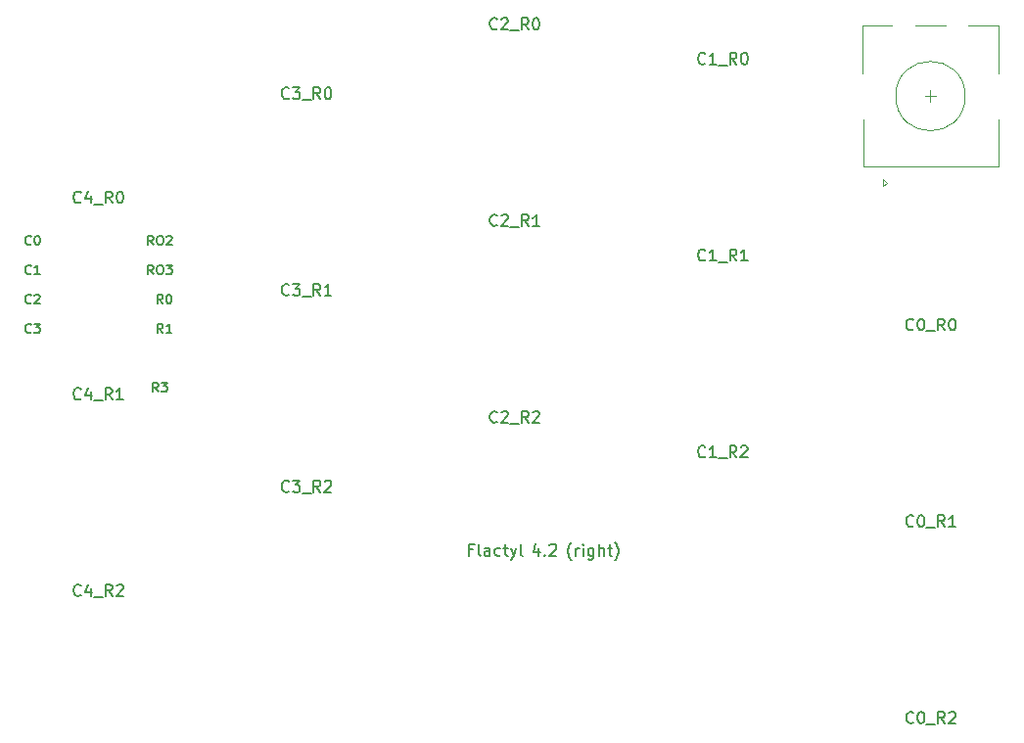
<source format=gbr>
%TF.GenerationSoftware,KiCad,Pcbnew,(7.0.0-0)*%
%TF.CreationDate,2023-06-08T17:13:25+08:00*%
%TF.ProjectId,right,72696768-742e-46b6-9963-61645f706362,v1.0.0*%
%TF.SameCoordinates,Original*%
%TF.FileFunction,Legend,Top*%
%TF.FilePolarity,Positive*%
%FSLAX46Y46*%
G04 Gerber Fmt 4.6, Leading zero omitted, Abs format (unit mm)*
G04 Created by KiCad (PCBNEW (7.0.0-0)) date 2023-06-08 17:13:25*
%MOMM*%
%LPD*%
G01*
G04 APERTURE LIST*
%ADD10C,0.150000*%
%ADD11C,0.120000*%
G04 APERTURE END LIST*
D10*
%TO.C,S1*%
X-1523809Y30727857D02*
X-1571428Y30680238D01*
X-1571428Y30680238D02*
X-1714285Y30632619D01*
X-1714285Y30632619D02*
X-1809523Y30632619D01*
X-1809523Y30632619D02*
X-1952380Y30680238D01*
X-1952380Y30680238D02*
X-2047618Y30775476D01*
X-2047618Y30775476D02*
X-2095237Y30870714D01*
X-2095237Y30870714D02*
X-2142856Y31061190D01*
X-2142856Y31061190D02*
X-2142856Y31204047D01*
X-2142856Y31204047D02*
X-2095237Y31394523D01*
X-2095237Y31394523D02*
X-2047618Y31489761D01*
X-2047618Y31489761D02*
X-1952380Y31585000D01*
X-1952380Y31585000D02*
X-1809523Y31632619D01*
X-1809523Y31632619D02*
X-1714285Y31632619D01*
X-1714285Y31632619D02*
X-1571428Y31585000D01*
X-1571428Y31585000D02*
X-1523809Y31537380D01*
X-666666Y31299285D02*
X-666666Y30632619D01*
X-904761Y31680238D02*
X-1142856Y30965952D01*
X-1142856Y30965952D02*
X-523809Y30965952D01*
X-380952Y30537380D02*
X380952Y30537380D01*
X1190476Y30632619D02*
X857143Y31108809D01*
X619048Y30632619D02*
X619048Y31632619D01*
X619048Y31632619D02*
X1000000Y31632619D01*
X1000000Y31632619D02*
X1095238Y31585000D01*
X1095238Y31585000D02*
X1142857Y31537380D01*
X1142857Y31537380D02*
X1190476Y31442142D01*
X1190476Y31442142D02*
X1190476Y31299285D01*
X1190476Y31299285D02*
X1142857Y31204047D01*
X1142857Y31204047D02*
X1095238Y31156428D01*
X1095238Y31156428D02*
X1000000Y31108809D01*
X1000000Y31108809D02*
X619048Y31108809D01*
X1809524Y31632619D02*
X1904762Y31632619D01*
X1904762Y31632619D02*
X2000000Y31585000D01*
X2000000Y31585000D02*
X2047619Y31537380D01*
X2047619Y31537380D02*
X2095238Y31442142D01*
X2095238Y31442142D02*
X2142857Y31251666D01*
X2142857Y31251666D02*
X2142857Y31013571D01*
X2142857Y31013571D02*
X2095238Y30823095D01*
X2095238Y30823095D02*
X2047619Y30727857D01*
X2047619Y30727857D02*
X2000000Y30680238D01*
X2000000Y30680238D02*
X1904762Y30632619D01*
X1904762Y30632619D02*
X1809524Y30632619D01*
X1809524Y30632619D02*
X1714286Y30680238D01*
X1714286Y30680238D02*
X1666667Y30727857D01*
X1666667Y30727857D02*
X1619048Y30823095D01*
X1619048Y30823095D02*
X1571429Y31013571D01*
X1571429Y31013571D02*
X1571429Y31251666D01*
X1571429Y31251666D02*
X1619048Y31442142D01*
X1619048Y31442142D02*
X1666667Y31537380D01*
X1666667Y31537380D02*
X1714286Y31585000D01*
X1714286Y31585000D02*
X1809524Y31632619D01*
%TO.C,S2*%
X-1523809Y13727857D02*
X-1571428Y13680238D01*
X-1571428Y13680238D02*
X-1714285Y13632619D01*
X-1714285Y13632619D02*
X-1809523Y13632619D01*
X-1809523Y13632619D02*
X-1952380Y13680238D01*
X-1952380Y13680238D02*
X-2047618Y13775476D01*
X-2047618Y13775476D02*
X-2095237Y13870714D01*
X-2095237Y13870714D02*
X-2142856Y14061190D01*
X-2142856Y14061190D02*
X-2142856Y14204047D01*
X-2142856Y14204047D02*
X-2095237Y14394523D01*
X-2095237Y14394523D02*
X-2047618Y14489761D01*
X-2047618Y14489761D02*
X-1952380Y14585000D01*
X-1952380Y14585000D02*
X-1809523Y14632619D01*
X-1809523Y14632619D02*
X-1714285Y14632619D01*
X-1714285Y14632619D02*
X-1571428Y14585000D01*
X-1571428Y14585000D02*
X-1523809Y14537380D01*
X-666666Y14299285D02*
X-666666Y13632619D01*
X-904761Y14680238D02*
X-1142856Y13965952D01*
X-1142856Y13965952D02*
X-523809Y13965952D01*
X-380952Y13537380D02*
X380952Y13537380D01*
X1190476Y13632619D02*
X857143Y14108809D01*
X619048Y13632619D02*
X619048Y14632619D01*
X619048Y14632619D02*
X1000000Y14632619D01*
X1000000Y14632619D02*
X1095238Y14585000D01*
X1095238Y14585000D02*
X1142857Y14537380D01*
X1142857Y14537380D02*
X1190476Y14442142D01*
X1190476Y14442142D02*
X1190476Y14299285D01*
X1190476Y14299285D02*
X1142857Y14204047D01*
X1142857Y14204047D02*
X1095238Y14156428D01*
X1095238Y14156428D02*
X1000000Y14108809D01*
X1000000Y14108809D02*
X619048Y14108809D01*
X2142857Y13632619D02*
X1571429Y13632619D01*
X1857143Y13632619D02*
X1857143Y14632619D01*
X1857143Y14632619D02*
X1761905Y14489761D01*
X1761905Y14489761D02*
X1666667Y14394523D01*
X1666667Y14394523D02*
X1571429Y14346904D01*
%TO.C,MCU1*%
X-5833332Y27092285D02*
X-5871428Y27054190D01*
X-5871428Y27054190D02*
X-5985713Y27016095D01*
X-5985713Y27016095D02*
X-6061904Y27016095D01*
X-6061904Y27016095D02*
X-6176190Y27054190D01*
X-6176190Y27054190D02*
X-6252380Y27130380D01*
X-6252380Y27130380D02*
X-6290475Y27206571D01*
X-6290475Y27206571D02*
X-6328571Y27358952D01*
X-6328571Y27358952D02*
X-6328571Y27473238D01*
X-6328571Y27473238D02*
X-6290475Y27625619D01*
X-6290475Y27625619D02*
X-6252380Y27701809D01*
X-6252380Y27701809D02*
X-6176190Y27778000D01*
X-6176190Y27778000D02*
X-6061904Y27816095D01*
X-6061904Y27816095D02*
X-5985713Y27816095D01*
X-5985713Y27816095D02*
X-5871428Y27778000D01*
X-5871428Y27778000D02*
X-5833332Y27739904D01*
X-5338094Y27816095D02*
X-5261904Y27816095D01*
X-5261904Y27816095D02*
X-5185713Y27778000D01*
X-5185713Y27778000D02*
X-5147618Y27739904D01*
X-5147618Y27739904D02*
X-5109523Y27663714D01*
X-5109523Y27663714D02*
X-5071428Y27511333D01*
X-5071428Y27511333D02*
X-5071428Y27320857D01*
X-5071428Y27320857D02*
X-5109523Y27168476D01*
X-5109523Y27168476D02*
X-5147618Y27092285D01*
X-5147618Y27092285D02*
X-5185713Y27054190D01*
X-5185713Y27054190D02*
X-5261904Y27016095D01*
X-5261904Y27016095D02*
X-5338094Y27016095D01*
X-5338094Y27016095D02*
X-5414285Y27054190D01*
X-5414285Y27054190D02*
X-5452380Y27092285D01*
X-5452380Y27092285D02*
X-5490475Y27168476D01*
X-5490475Y27168476D02*
X-5528571Y27320857D01*
X-5528571Y27320857D02*
X-5528571Y27511333D01*
X-5528571Y27511333D02*
X-5490475Y27663714D01*
X-5490475Y27663714D02*
X-5452380Y27739904D01*
X-5452380Y27739904D02*
X-5414285Y27778000D01*
X-5414285Y27778000D02*
X-5338094Y27816095D01*
X-5833332Y24552285D02*
X-5871428Y24514190D01*
X-5871428Y24514190D02*
X-5985713Y24476095D01*
X-5985713Y24476095D02*
X-6061904Y24476095D01*
X-6061904Y24476095D02*
X-6176190Y24514190D01*
X-6176190Y24514190D02*
X-6252380Y24590380D01*
X-6252380Y24590380D02*
X-6290475Y24666571D01*
X-6290475Y24666571D02*
X-6328571Y24818952D01*
X-6328571Y24818952D02*
X-6328571Y24933238D01*
X-6328571Y24933238D02*
X-6290475Y25085619D01*
X-6290475Y25085619D02*
X-6252380Y25161809D01*
X-6252380Y25161809D02*
X-6176190Y25238000D01*
X-6176190Y25238000D02*
X-6061904Y25276095D01*
X-6061904Y25276095D02*
X-5985713Y25276095D01*
X-5985713Y25276095D02*
X-5871428Y25238000D01*
X-5871428Y25238000D02*
X-5833332Y25199904D01*
X-5071428Y24476095D02*
X-5528571Y24476095D01*
X-5299999Y24476095D02*
X-5299999Y25276095D01*
X-5299999Y25276095D02*
X-5376190Y25161809D01*
X-5376190Y25161809D02*
X-5452380Y25085619D01*
X-5452380Y25085619D02*
X-5528571Y25047523D01*
X-5833332Y22012285D02*
X-5871428Y21974190D01*
X-5871428Y21974190D02*
X-5985713Y21936095D01*
X-5985713Y21936095D02*
X-6061904Y21936095D01*
X-6061904Y21936095D02*
X-6176190Y21974190D01*
X-6176190Y21974190D02*
X-6252380Y22050380D01*
X-6252380Y22050380D02*
X-6290475Y22126571D01*
X-6290475Y22126571D02*
X-6328571Y22278952D01*
X-6328571Y22278952D02*
X-6328571Y22393238D01*
X-6328571Y22393238D02*
X-6290475Y22545619D01*
X-6290475Y22545619D02*
X-6252380Y22621809D01*
X-6252380Y22621809D02*
X-6176190Y22698000D01*
X-6176190Y22698000D02*
X-6061904Y22736095D01*
X-6061904Y22736095D02*
X-5985713Y22736095D01*
X-5985713Y22736095D02*
X-5871428Y22698000D01*
X-5871428Y22698000D02*
X-5833332Y22659904D01*
X-5528571Y22659904D02*
X-5490475Y22698000D01*
X-5490475Y22698000D02*
X-5414285Y22736095D01*
X-5414285Y22736095D02*
X-5223809Y22736095D01*
X-5223809Y22736095D02*
X-5147618Y22698000D01*
X-5147618Y22698000D02*
X-5109523Y22659904D01*
X-5109523Y22659904D02*
X-5071428Y22583714D01*
X-5071428Y22583714D02*
X-5071428Y22507523D01*
X-5071428Y22507523D02*
X-5109523Y22393238D01*
X-5109523Y22393238D02*
X-5566666Y21936095D01*
X-5566666Y21936095D02*
X-5071428Y21936095D01*
X-5833332Y19472285D02*
X-5871428Y19434190D01*
X-5871428Y19434190D02*
X-5985713Y19396095D01*
X-5985713Y19396095D02*
X-6061904Y19396095D01*
X-6061904Y19396095D02*
X-6176190Y19434190D01*
X-6176190Y19434190D02*
X-6252380Y19510380D01*
X-6252380Y19510380D02*
X-6290475Y19586571D01*
X-6290475Y19586571D02*
X-6328571Y19738952D01*
X-6328571Y19738952D02*
X-6328571Y19853238D01*
X-6328571Y19853238D02*
X-6290475Y20005619D01*
X-6290475Y20005619D02*
X-6252380Y20081809D01*
X-6252380Y20081809D02*
X-6176190Y20158000D01*
X-6176190Y20158000D02*
X-6061904Y20196095D01*
X-6061904Y20196095D02*
X-5985713Y20196095D01*
X-5985713Y20196095D02*
X-5871428Y20158000D01*
X-5871428Y20158000D02*
X-5833332Y20119904D01*
X-5566666Y20196095D02*
X-5071428Y20196095D01*
X-5071428Y20196095D02*
X-5338094Y19891333D01*
X-5338094Y19891333D02*
X-5223809Y19891333D01*
X-5223809Y19891333D02*
X-5147618Y19853238D01*
X-5147618Y19853238D02*
X-5109523Y19815142D01*
X-5109523Y19815142D02*
X-5071428Y19738952D01*
X-5071428Y19738952D02*
X-5071428Y19548476D01*
X-5071428Y19548476D02*
X-5109523Y19472285D01*
X-5109523Y19472285D02*
X-5147618Y19434190D01*
X-5147618Y19434190D02*
X-5223809Y19396095D01*
X-5223809Y19396095D02*
X-5452380Y19396095D01*
X-5452380Y19396095D02*
X-5528571Y19434190D01*
X-5528571Y19434190D02*
X-5566666Y19472285D01*
X4747619Y27016095D02*
X4480952Y27397047D01*
X4290476Y27016095D02*
X4290476Y27816095D01*
X4290476Y27816095D02*
X4595238Y27816095D01*
X4595238Y27816095D02*
X4671428Y27778000D01*
X4671428Y27778000D02*
X4709523Y27739904D01*
X4709523Y27739904D02*
X4747619Y27663714D01*
X4747619Y27663714D02*
X4747619Y27549428D01*
X4747619Y27549428D02*
X4709523Y27473238D01*
X4709523Y27473238D02*
X4671428Y27435142D01*
X4671428Y27435142D02*
X4595238Y27397047D01*
X4595238Y27397047D02*
X4290476Y27397047D01*
X5242857Y27816095D02*
X5395238Y27816095D01*
X5395238Y27816095D02*
X5471428Y27778000D01*
X5471428Y27778000D02*
X5547619Y27701809D01*
X5547619Y27701809D02*
X5585714Y27549428D01*
X5585714Y27549428D02*
X5585714Y27282761D01*
X5585714Y27282761D02*
X5547619Y27130380D01*
X5547619Y27130380D02*
X5471428Y27054190D01*
X5471428Y27054190D02*
X5395238Y27016095D01*
X5395238Y27016095D02*
X5242857Y27016095D01*
X5242857Y27016095D02*
X5166666Y27054190D01*
X5166666Y27054190D02*
X5090476Y27130380D01*
X5090476Y27130380D02*
X5052380Y27282761D01*
X5052380Y27282761D02*
X5052380Y27549428D01*
X5052380Y27549428D02*
X5090476Y27701809D01*
X5090476Y27701809D02*
X5166666Y27778000D01*
X5166666Y27778000D02*
X5242857Y27816095D01*
X5890475Y27739904D02*
X5928571Y27778000D01*
X5928571Y27778000D02*
X6004761Y27816095D01*
X6004761Y27816095D02*
X6195237Y27816095D01*
X6195237Y27816095D02*
X6271428Y27778000D01*
X6271428Y27778000D02*
X6309523Y27739904D01*
X6309523Y27739904D02*
X6347618Y27663714D01*
X6347618Y27663714D02*
X6347618Y27587523D01*
X6347618Y27587523D02*
X6309523Y27473238D01*
X6309523Y27473238D02*
X5852380Y27016095D01*
X5852380Y27016095D02*
X6347618Y27016095D01*
X4747619Y24476095D02*
X4480952Y24857047D01*
X4290476Y24476095D02*
X4290476Y25276095D01*
X4290476Y25276095D02*
X4595238Y25276095D01*
X4595238Y25276095D02*
X4671428Y25238000D01*
X4671428Y25238000D02*
X4709523Y25199904D01*
X4709523Y25199904D02*
X4747619Y25123714D01*
X4747619Y25123714D02*
X4747619Y25009428D01*
X4747619Y25009428D02*
X4709523Y24933238D01*
X4709523Y24933238D02*
X4671428Y24895142D01*
X4671428Y24895142D02*
X4595238Y24857047D01*
X4595238Y24857047D02*
X4290476Y24857047D01*
X5242857Y25276095D02*
X5395238Y25276095D01*
X5395238Y25276095D02*
X5471428Y25238000D01*
X5471428Y25238000D02*
X5547619Y25161809D01*
X5547619Y25161809D02*
X5585714Y25009428D01*
X5585714Y25009428D02*
X5585714Y24742761D01*
X5585714Y24742761D02*
X5547619Y24590380D01*
X5547619Y24590380D02*
X5471428Y24514190D01*
X5471428Y24514190D02*
X5395238Y24476095D01*
X5395238Y24476095D02*
X5242857Y24476095D01*
X5242857Y24476095D02*
X5166666Y24514190D01*
X5166666Y24514190D02*
X5090476Y24590380D01*
X5090476Y24590380D02*
X5052380Y24742761D01*
X5052380Y24742761D02*
X5052380Y25009428D01*
X5052380Y25009428D02*
X5090476Y25161809D01*
X5090476Y25161809D02*
X5166666Y25238000D01*
X5166666Y25238000D02*
X5242857Y25276095D01*
X5852380Y25276095D02*
X6347618Y25276095D01*
X6347618Y25276095D02*
X6080952Y24971333D01*
X6080952Y24971333D02*
X6195237Y24971333D01*
X6195237Y24971333D02*
X6271428Y24933238D01*
X6271428Y24933238D02*
X6309523Y24895142D01*
X6309523Y24895142D02*
X6347618Y24818952D01*
X6347618Y24818952D02*
X6347618Y24628476D01*
X6347618Y24628476D02*
X6309523Y24552285D01*
X6309523Y24552285D02*
X6271428Y24514190D01*
X6271428Y24514190D02*
X6195237Y24476095D01*
X6195237Y24476095D02*
X5966666Y24476095D01*
X5966666Y24476095D02*
X5890475Y24514190D01*
X5890475Y24514190D02*
X5852380Y24552285D01*
X5566667Y21936095D02*
X5300000Y22317047D01*
X5109524Y21936095D02*
X5109524Y22736095D01*
X5109524Y22736095D02*
X5414286Y22736095D01*
X5414286Y22736095D02*
X5490476Y22698000D01*
X5490476Y22698000D02*
X5528571Y22659904D01*
X5528571Y22659904D02*
X5566667Y22583714D01*
X5566667Y22583714D02*
X5566667Y22469428D01*
X5566667Y22469428D02*
X5528571Y22393238D01*
X5528571Y22393238D02*
X5490476Y22355142D01*
X5490476Y22355142D02*
X5414286Y22317047D01*
X5414286Y22317047D02*
X5109524Y22317047D01*
X6061905Y22736095D02*
X6138095Y22736095D01*
X6138095Y22736095D02*
X6214286Y22698000D01*
X6214286Y22698000D02*
X6252381Y22659904D01*
X6252381Y22659904D02*
X6290476Y22583714D01*
X6290476Y22583714D02*
X6328571Y22431333D01*
X6328571Y22431333D02*
X6328571Y22240857D01*
X6328571Y22240857D02*
X6290476Y22088476D01*
X6290476Y22088476D02*
X6252381Y22012285D01*
X6252381Y22012285D02*
X6214286Y21974190D01*
X6214286Y21974190D02*
X6138095Y21936095D01*
X6138095Y21936095D02*
X6061905Y21936095D01*
X6061905Y21936095D02*
X5985714Y21974190D01*
X5985714Y21974190D02*
X5947619Y22012285D01*
X5947619Y22012285D02*
X5909524Y22088476D01*
X5909524Y22088476D02*
X5871428Y22240857D01*
X5871428Y22240857D02*
X5871428Y22431333D01*
X5871428Y22431333D02*
X5909524Y22583714D01*
X5909524Y22583714D02*
X5947619Y22659904D01*
X5947619Y22659904D02*
X5985714Y22698000D01*
X5985714Y22698000D02*
X6061905Y22736095D01*
X5566667Y19396095D02*
X5300000Y19777047D01*
X5109524Y19396095D02*
X5109524Y20196095D01*
X5109524Y20196095D02*
X5414286Y20196095D01*
X5414286Y20196095D02*
X5490476Y20158000D01*
X5490476Y20158000D02*
X5528571Y20119904D01*
X5528571Y20119904D02*
X5566667Y20043714D01*
X5566667Y20043714D02*
X5566667Y19929428D01*
X5566667Y19929428D02*
X5528571Y19853238D01*
X5528571Y19853238D02*
X5490476Y19815142D01*
X5490476Y19815142D02*
X5414286Y19777047D01*
X5414286Y19777047D02*
X5109524Y19777047D01*
X6328571Y19396095D02*
X5871428Y19396095D01*
X6100000Y19396095D02*
X6100000Y20196095D01*
X6100000Y20196095D02*
X6023809Y20081809D01*
X6023809Y20081809D02*
X5947619Y20005619D01*
X5947619Y20005619D02*
X5871428Y19967523D01*
X5166667Y14316095D02*
X4900000Y14697047D01*
X4709524Y14316095D02*
X4709524Y15116095D01*
X4709524Y15116095D02*
X5014286Y15116095D01*
X5014286Y15116095D02*
X5090476Y15078000D01*
X5090476Y15078000D02*
X5128571Y15039904D01*
X5128571Y15039904D02*
X5166667Y14963714D01*
X5166667Y14963714D02*
X5166667Y14849428D01*
X5166667Y14849428D02*
X5128571Y14773238D01*
X5128571Y14773238D02*
X5090476Y14735142D01*
X5090476Y14735142D02*
X5014286Y14697047D01*
X5014286Y14697047D02*
X4709524Y14697047D01*
X5433333Y15116095D02*
X5928571Y15116095D01*
X5928571Y15116095D02*
X5661905Y14811333D01*
X5661905Y14811333D02*
X5776190Y14811333D01*
X5776190Y14811333D02*
X5852381Y14773238D01*
X5852381Y14773238D02*
X5890476Y14735142D01*
X5890476Y14735142D02*
X5928571Y14658952D01*
X5928571Y14658952D02*
X5928571Y14468476D01*
X5928571Y14468476D02*
X5890476Y14392285D01*
X5890476Y14392285D02*
X5852381Y14354190D01*
X5852381Y14354190D02*
X5776190Y14316095D01*
X5776190Y14316095D02*
X5547619Y14316095D01*
X5547619Y14316095D02*
X5471428Y14354190D01*
X5471428Y14354190D02*
X5433333Y14392285D01*
%TO.C,JC1*%
%TO.C,T1*%
X32376189Y656428D02*
X32042856Y656428D01*
X32042856Y132619D02*
X32042856Y1132619D01*
X32042856Y1132619D02*
X32519046Y1132619D01*
X33042856Y132619D02*
X32947618Y180238D01*
X32947618Y180238D02*
X32899999Y275476D01*
X32899999Y275476D02*
X32899999Y1132619D01*
X33852380Y132619D02*
X33852380Y656428D01*
X33852380Y656428D02*
X33804761Y751666D01*
X33804761Y751666D02*
X33709523Y799285D01*
X33709523Y799285D02*
X33519047Y799285D01*
X33519047Y799285D02*
X33423809Y751666D01*
X33852380Y180238D02*
X33757142Y132619D01*
X33757142Y132619D02*
X33519047Y132619D01*
X33519047Y132619D02*
X33423809Y180238D01*
X33423809Y180238D02*
X33376190Y275476D01*
X33376190Y275476D02*
X33376190Y370714D01*
X33376190Y370714D02*
X33423809Y465952D01*
X33423809Y465952D02*
X33519047Y513571D01*
X33519047Y513571D02*
X33757142Y513571D01*
X33757142Y513571D02*
X33852380Y561190D01*
X34757142Y180238D02*
X34661904Y132619D01*
X34661904Y132619D02*
X34471428Y132619D01*
X34471428Y132619D02*
X34376190Y180238D01*
X34376190Y180238D02*
X34328571Y227857D01*
X34328571Y227857D02*
X34280952Y323095D01*
X34280952Y323095D02*
X34280952Y608809D01*
X34280952Y608809D02*
X34328571Y704047D01*
X34328571Y704047D02*
X34376190Y751666D01*
X34376190Y751666D02*
X34471428Y799285D01*
X34471428Y799285D02*
X34661904Y799285D01*
X34661904Y799285D02*
X34757142Y751666D01*
X35042857Y799285D02*
X35423809Y799285D01*
X35185714Y1132619D02*
X35185714Y275476D01*
X35185714Y275476D02*
X35233333Y180238D01*
X35233333Y180238D02*
X35328571Y132619D01*
X35328571Y132619D02*
X35423809Y132619D01*
X35661905Y799285D02*
X35900000Y132619D01*
X36138095Y799285D02*
X35900000Y132619D01*
X35900000Y132619D02*
X35804762Y-105476D01*
X35804762Y-105476D02*
X35757143Y-153095D01*
X35757143Y-153095D02*
X35661905Y-200714D01*
X36661905Y132619D02*
X36566667Y180238D01*
X36566667Y180238D02*
X36519048Y275476D01*
X36519048Y275476D02*
X36519048Y1132619D01*
X38071429Y799285D02*
X38071429Y132619D01*
X37833334Y1180238D02*
X37595239Y465952D01*
X37595239Y465952D02*
X38214286Y465952D01*
X38595239Y227857D02*
X38642858Y180238D01*
X38642858Y180238D02*
X38595239Y132619D01*
X38595239Y132619D02*
X38547620Y180238D01*
X38547620Y180238D02*
X38595239Y227857D01*
X38595239Y227857D02*
X38595239Y132619D01*
X39023810Y1037380D02*
X39071429Y1085000D01*
X39071429Y1085000D02*
X39166667Y1132619D01*
X39166667Y1132619D02*
X39404762Y1132619D01*
X39404762Y1132619D02*
X39500000Y1085000D01*
X39500000Y1085000D02*
X39547619Y1037380D01*
X39547619Y1037380D02*
X39595238Y942142D01*
X39595238Y942142D02*
X39595238Y846904D01*
X39595238Y846904D02*
X39547619Y704047D01*
X39547619Y704047D02*
X38976191Y132619D01*
X38976191Y132619D02*
X39595238Y132619D01*
X40909524Y-248333D02*
X40861905Y-200714D01*
X40861905Y-200714D02*
X40766667Y-57857D01*
X40766667Y-57857D02*
X40719048Y37380D01*
X40719048Y37380D02*
X40671429Y180238D01*
X40671429Y180238D02*
X40623810Y418333D01*
X40623810Y418333D02*
X40623810Y608809D01*
X40623810Y608809D02*
X40671429Y846904D01*
X40671429Y846904D02*
X40719048Y989761D01*
X40719048Y989761D02*
X40766667Y1085000D01*
X40766667Y1085000D02*
X40861905Y1227857D01*
X40861905Y1227857D02*
X40909524Y1275476D01*
X41290477Y132619D02*
X41290477Y799285D01*
X41290477Y608809D02*
X41338096Y704047D01*
X41338096Y704047D02*
X41385715Y751666D01*
X41385715Y751666D02*
X41480953Y799285D01*
X41480953Y799285D02*
X41576191Y799285D01*
X41909525Y132619D02*
X41909525Y799285D01*
X41909525Y1132619D02*
X41861906Y1085000D01*
X41861906Y1085000D02*
X41909525Y1037380D01*
X41909525Y1037380D02*
X41957144Y1085000D01*
X41957144Y1085000D02*
X41909525Y1132619D01*
X41909525Y1132619D02*
X41909525Y1037380D01*
X42814286Y799285D02*
X42814286Y-10238D01*
X42814286Y-10238D02*
X42766667Y-105476D01*
X42766667Y-105476D02*
X42719048Y-153095D01*
X42719048Y-153095D02*
X42623810Y-200714D01*
X42623810Y-200714D02*
X42480953Y-200714D01*
X42480953Y-200714D02*
X42385715Y-153095D01*
X42814286Y180238D02*
X42719048Y132619D01*
X42719048Y132619D02*
X42528572Y132619D01*
X42528572Y132619D02*
X42433334Y180238D01*
X42433334Y180238D02*
X42385715Y227857D01*
X42385715Y227857D02*
X42338096Y323095D01*
X42338096Y323095D02*
X42338096Y608809D01*
X42338096Y608809D02*
X42385715Y704047D01*
X42385715Y704047D02*
X42433334Y751666D01*
X42433334Y751666D02*
X42528572Y799285D01*
X42528572Y799285D02*
X42719048Y799285D01*
X42719048Y799285D02*
X42814286Y751666D01*
X43290477Y132619D02*
X43290477Y1132619D01*
X43719048Y132619D02*
X43719048Y656428D01*
X43719048Y656428D02*
X43671429Y751666D01*
X43671429Y751666D02*
X43576191Y799285D01*
X43576191Y799285D02*
X43433334Y799285D01*
X43433334Y799285D02*
X43338096Y751666D01*
X43338096Y751666D02*
X43290477Y704047D01*
X44052382Y799285D02*
X44433334Y799285D01*
X44195239Y1132619D02*
X44195239Y275476D01*
X44195239Y275476D02*
X44242858Y180238D01*
X44242858Y180238D02*
X44338096Y132619D01*
X44338096Y132619D02*
X44433334Y132619D01*
X44671430Y-248333D02*
X44719049Y-200714D01*
X44719049Y-200714D02*
X44814287Y-57857D01*
X44814287Y-57857D02*
X44861906Y37380D01*
X44861906Y37380D02*
X44909525Y180238D01*
X44909525Y180238D02*
X44957144Y418333D01*
X44957144Y418333D02*
X44957144Y608809D01*
X44957144Y608809D02*
X44909525Y846904D01*
X44909525Y846904D02*
X44861906Y989761D01*
X44861906Y989761D02*
X44814287Y1085000D01*
X44814287Y1085000D02*
X44719049Y1227857D01*
X44719049Y1227857D02*
X44671430Y1275476D01*
%TO.C,H1*%
%TO.C,H2*%
%TO.C,H3*%
%TO.C,H4*%
%TO.C,H5*%
%TO.C,S3*%
X70476190Y19727857D02*
X70428571Y19680238D01*
X70428571Y19680238D02*
X70285714Y19632619D01*
X70285714Y19632619D02*
X70190476Y19632619D01*
X70190476Y19632619D02*
X70047619Y19680238D01*
X70047619Y19680238D02*
X69952381Y19775476D01*
X69952381Y19775476D02*
X69904762Y19870714D01*
X69904762Y19870714D02*
X69857143Y20061190D01*
X69857143Y20061190D02*
X69857143Y20204047D01*
X69857143Y20204047D02*
X69904762Y20394523D01*
X69904762Y20394523D02*
X69952381Y20489761D01*
X69952381Y20489761D02*
X70047619Y20585000D01*
X70047619Y20585000D02*
X70190476Y20632619D01*
X70190476Y20632619D02*
X70285714Y20632619D01*
X70285714Y20632619D02*
X70428571Y20585000D01*
X70428571Y20585000D02*
X70476190Y20537380D01*
X71095238Y20632619D02*
X71190476Y20632619D01*
X71190476Y20632619D02*
X71285714Y20585000D01*
X71285714Y20585000D02*
X71333333Y20537380D01*
X71333333Y20537380D02*
X71380952Y20442142D01*
X71380952Y20442142D02*
X71428571Y20251666D01*
X71428571Y20251666D02*
X71428571Y20013571D01*
X71428571Y20013571D02*
X71380952Y19823095D01*
X71380952Y19823095D02*
X71333333Y19727857D01*
X71333333Y19727857D02*
X71285714Y19680238D01*
X71285714Y19680238D02*
X71190476Y19632619D01*
X71190476Y19632619D02*
X71095238Y19632619D01*
X71095238Y19632619D02*
X71000000Y19680238D01*
X71000000Y19680238D02*
X70952381Y19727857D01*
X70952381Y19727857D02*
X70904762Y19823095D01*
X70904762Y19823095D02*
X70857143Y20013571D01*
X70857143Y20013571D02*
X70857143Y20251666D01*
X70857143Y20251666D02*
X70904762Y20442142D01*
X70904762Y20442142D02*
X70952381Y20537380D01*
X70952381Y20537380D02*
X71000000Y20585000D01*
X71000000Y20585000D02*
X71095238Y20632619D01*
X71619048Y19537380D02*
X72380952Y19537380D01*
X73190476Y19632619D02*
X72857143Y20108809D01*
X72619048Y19632619D02*
X72619048Y20632619D01*
X72619048Y20632619D02*
X73000000Y20632619D01*
X73000000Y20632619D02*
X73095238Y20585000D01*
X73095238Y20585000D02*
X73142857Y20537380D01*
X73142857Y20537380D02*
X73190476Y20442142D01*
X73190476Y20442142D02*
X73190476Y20299285D01*
X73190476Y20299285D02*
X73142857Y20204047D01*
X73142857Y20204047D02*
X73095238Y20156428D01*
X73095238Y20156428D02*
X73000000Y20108809D01*
X73000000Y20108809D02*
X72619048Y20108809D01*
X73809524Y20632619D02*
X73904762Y20632619D01*
X73904762Y20632619D02*
X74000000Y20585000D01*
X74000000Y20585000D02*
X74047619Y20537380D01*
X74047619Y20537380D02*
X74095238Y20442142D01*
X74095238Y20442142D02*
X74142857Y20251666D01*
X74142857Y20251666D02*
X74142857Y20013571D01*
X74142857Y20013571D02*
X74095238Y19823095D01*
X74095238Y19823095D02*
X74047619Y19727857D01*
X74047619Y19727857D02*
X74000000Y19680238D01*
X74000000Y19680238D02*
X73904762Y19632619D01*
X73904762Y19632619D02*
X73809524Y19632619D01*
X73809524Y19632619D02*
X73714286Y19680238D01*
X73714286Y19680238D02*
X73666667Y19727857D01*
X73666667Y19727857D02*
X73619048Y19823095D01*
X73619048Y19823095D02*
X73571429Y20013571D01*
X73571429Y20013571D02*
X73571429Y20251666D01*
X73571429Y20251666D02*
X73619048Y20442142D01*
X73619048Y20442142D02*
X73666667Y20537380D01*
X73666667Y20537380D02*
X73714286Y20585000D01*
X73714286Y20585000D02*
X73809524Y20632619D01*
%TO.C,S4*%
X70476190Y2727857D02*
X70428571Y2680238D01*
X70428571Y2680238D02*
X70285714Y2632619D01*
X70285714Y2632619D02*
X70190476Y2632619D01*
X70190476Y2632619D02*
X70047619Y2680238D01*
X70047619Y2680238D02*
X69952381Y2775476D01*
X69952381Y2775476D02*
X69904762Y2870714D01*
X69904762Y2870714D02*
X69857143Y3061190D01*
X69857143Y3061190D02*
X69857143Y3204047D01*
X69857143Y3204047D02*
X69904762Y3394523D01*
X69904762Y3394523D02*
X69952381Y3489761D01*
X69952381Y3489761D02*
X70047619Y3585000D01*
X70047619Y3585000D02*
X70190476Y3632619D01*
X70190476Y3632619D02*
X70285714Y3632619D01*
X70285714Y3632619D02*
X70428571Y3585000D01*
X70428571Y3585000D02*
X70476190Y3537380D01*
X71095238Y3632619D02*
X71190476Y3632619D01*
X71190476Y3632619D02*
X71285714Y3585000D01*
X71285714Y3585000D02*
X71333333Y3537380D01*
X71333333Y3537380D02*
X71380952Y3442142D01*
X71380952Y3442142D02*
X71428571Y3251666D01*
X71428571Y3251666D02*
X71428571Y3013571D01*
X71428571Y3013571D02*
X71380952Y2823095D01*
X71380952Y2823095D02*
X71333333Y2727857D01*
X71333333Y2727857D02*
X71285714Y2680238D01*
X71285714Y2680238D02*
X71190476Y2632619D01*
X71190476Y2632619D02*
X71095238Y2632619D01*
X71095238Y2632619D02*
X71000000Y2680238D01*
X71000000Y2680238D02*
X70952381Y2727857D01*
X70952381Y2727857D02*
X70904762Y2823095D01*
X70904762Y2823095D02*
X70857143Y3013571D01*
X70857143Y3013571D02*
X70857143Y3251666D01*
X70857143Y3251666D02*
X70904762Y3442142D01*
X70904762Y3442142D02*
X70952381Y3537380D01*
X70952381Y3537380D02*
X71000000Y3585000D01*
X71000000Y3585000D02*
X71095238Y3632619D01*
X71619048Y2537380D02*
X72380952Y2537380D01*
X73190476Y2632619D02*
X72857143Y3108809D01*
X72619048Y2632619D02*
X72619048Y3632619D01*
X72619048Y3632619D02*
X73000000Y3632619D01*
X73000000Y3632619D02*
X73095238Y3585000D01*
X73095238Y3585000D02*
X73142857Y3537380D01*
X73142857Y3537380D02*
X73190476Y3442142D01*
X73190476Y3442142D02*
X73190476Y3299285D01*
X73190476Y3299285D02*
X73142857Y3204047D01*
X73142857Y3204047D02*
X73095238Y3156428D01*
X73095238Y3156428D02*
X73000000Y3108809D01*
X73000000Y3108809D02*
X72619048Y3108809D01*
X74142857Y2632619D02*
X73571429Y2632619D01*
X73857143Y2632619D02*
X73857143Y3632619D01*
X73857143Y3632619D02*
X73761905Y3489761D01*
X73761905Y3489761D02*
X73666667Y3394523D01*
X73666667Y3394523D02*
X73571429Y3346904D01*
%TO.C,S5*%
X70476190Y-14272142D02*
X70428571Y-14319761D01*
X70428571Y-14319761D02*
X70285714Y-14367380D01*
X70285714Y-14367380D02*
X70190476Y-14367380D01*
X70190476Y-14367380D02*
X70047619Y-14319761D01*
X70047619Y-14319761D02*
X69952381Y-14224523D01*
X69952381Y-14224523D02*
X69904762Y-14129285D01*
X69904762Y-14129285D02*
X69857143Y-13938809D01*
X69857143Y-13938809D02*
X69857143Y-13795952D01*
X69857143Y-13795952D02*
X69904762Y-13605476D01*
X69904762Y-13605476D02*
X69952381Y-13510238D01*
X69952381Y-13510238D02*
X70047619Y-13415000D01*
X70047619Y-13415000D02*
X70190476Y-13367380D01*
X70190476Y-13367380D02*
X70285714Y-13367380D01*
X70285714Y-13367380D02*
X70428571Y-13415000D01*
X70428571Y-13415000D02*
X70476190Y-13462619D01*
X71095238Y-13367380D02*
X71190476Y-13367380D01*
X71190476Y-13367380D02*
X71285714Y-13415000D01*
X71285714Y-13415000D02*
X71333333Y-13462619D01*
X71333333Y-13462619D02*
X71380952Y-13557857D01*
X71380952Y-13557857D02*
X71428571Y-13748333D01*
X71428571Y-13748333D02*
X71428571Y-13986428D01*
X71428571Y-13986428D02*
X71380952Y-14176904D01*
X71380952Y-14176904D02*
X71333333Y-14272142D01*
X71333333Y-14272142D02*
X71285714Y-14319761D01*
X71285714Y-14319761D02*
X71190476Y-14367380D01*
X71190476Y-14367380D02*
X71095238Y-14367380D01*
X71095238Y-14367380D02*
X71000000Y-14319761D01*
X71000000Y-14319761D02*
X70952381Y-14272142D01*
X70952381Y-14272142D02*
X70904762Y-14176904D01*
X70904762Y-14176904D02*
X70857143Y-13986428D01*
X70857143Y-13986428D02*
X70857143Y-13748333D01*
X70857143Y-13748333D02*
X70904762Y-13557857D01*
X70904762Y-13557857D02*
X70952381Y-13462619D01*
X70952381Y-13462619D02*
X71000000Y-13415000D01*
X71000000Y-13415000D02*
X71095238Y-13367380D01*
X71619048Y-14462619D02*
X72380952Y-14462619D01*
X73190476Y-14367380D02*
X72857143Y-13891190D01*
X72619048Y-14367380D02*
X72619048Y-13367380D01*
X72619048Y-13367380D02*
X73000000Y-13367380D01*
X73000000Y-13367380D02*
X73095238Y-13415000D01*
X73095238Y-13415000D02*
X73142857Y-13462619D01*
X73142857Y-13462619D02*
X73190476Y-13557857D01*
X73190476Y-13557857D02*
X73190476Y-13700714D01*
X73190476Y-13700714D02*
X73142857Y-13795952D01*
X73142857Y-13795952D02*
X73095238Y-13843571D01*
X73095238Y-13843571D02*
X73000000Y-13891190D01*
X73000000Y-13891190D02*
X72619048Y-13891190D01*
X73571429Y-13462619D02*
X73619048Y-13415000D01*
X73619048Y-13415000D02*
X73714286Y-13367380D01*
X73714286Y-13367380D02*
X73952381Y-13367380D01*
X73952381Y-13367380D02*
X74047619Y-13415000D01*
X74047619Y-13415000D02*
X74095238Y-13462619D01*
X74095238Y-13462619D02*
X74142857Y-13557857D01*
X74142857Y-13557857D02*
X74142857Y-13653095D01*
X74142857Y-13653095D02*
X74095238Y-13795952D01*
X74095238Y-13795952D02*
X73523810Y-14367380D01*
X73523810Y-14367380D02*
X74142857Y-14367380D01*
%TO.C,S6*%
X52476190Y42727857D02*
X52428571Y42680238D01*
X52428571Y42680238D02*
X52285714Y42632619D01*
X52285714Y42632619D02*
X52190476Y42632619D01*
X52190476Y42632619D02*
X52047619Y42680238D01*
X52047619Y42680238D02*
X51952381Y42775476D01*
X51952381Y42775476D02*
X51904762Y42870714D01*
X51904762Y42870714D02*
X51857143Y43061190D01*
X51857143Y43061190D02*
X51857143Y43204047D01*
X51857143Y43204047D02*
X51904762Y43394523D01*
X51904762Y43394523D02*
X51952381Y43489761D01*
X51952381Y43489761D02*
X52047619Y43585000D01*
X52047619Y43585000D02*
X52190476Y43632619D01*
X52190476Y43632619D02*
X52285714Y43632619D01*
X52285714Y43632619D02*
X52428571Y43585000D01*
X52428571Y43585000D02*
X52476190Y43537380D01*
X53428571Y42632619D02*
X52857143Y42632619D01*
X53142857Y42632619D02*
X53142857Y43632619D01*
X53142857Y43632619D02*
X53047619Y43489761D01*
X53047619Y43489761D02*
X52952381Y43394523D01*
X52952381Y43394523D02*
X52857143Y43346904D01*
X53619048Y42537380D02*
X54380952Y42537380D01*
X55190476Y42632619D02*
X54857143Y43108809D01*
X54619048Y42632619D02*
X54619048Y43632619D01*
X54619048Y43632619D02*
X55000000Y43632619D01*
X55000000Y43632619D02*
X55095238Y43585000D01*
X55095238Y43585000D02*
X55142857Y43537380D01*
X55142857Y43537380D02*
X55190476Y43442142D01*
X55190476Y43442142D02*
X55190476Y43299285D01*
X55190476Y43299285D02*
X55142857Y43204047D01*
X55142857Y43204047D02*
X55095238Y43156428D01*
X55095238Y43156428D02*
X55000000Y43108809D01*
X55000000Y43108809D02*
X54619048Y43108809D01*
X55809524Y43632619D02*
X55904762Y43632619D01*
X55904762Y43632619D02*
X56000000Y43585000D01*
X56000000Y43585000D02*
X56047619Y43537380D01*
X56047619Y43537380D02*
X56095238Y43442142D01*
X56095238Y43442142D02*
X56142857Y43251666D01*
X56142857Y43251666D02*
X56142857Y43013571D01*
X56142857Y43013571D02*
X56095238Y42823095D01*
X56095238Y42823095D02*
X56047619Y42727857D01*
X56047619Y42727857D02*
X56000000Y42680238D01*
X56000000Y42680238D02*
X55904762Y42632619D01*
X55904762Y42632619D02*
X55809524Y42632619D01*
X55809524Y42632619D02*
X55714286Y42680238D01*
X55714286Y42680238D02*
X55666667Y42727857D01*
X55666667Y42727857D02*
X55619048Y42823095D01*
X55619048Y42823095D02*
X55571429Y43013571D01*
X55571429Y43013571D02*
X55571429Y43251666D01*
X55571429Y43251666D02*
X55619048Y43442142D01*
X55619048Y43442142D02*
X55666667Y43537380D01*
X55666667Y43537380D02*
X55714286Y43585000D01*
X55714286Y43585000D02*
X55809524Y43632619D01*
%TO.C,S7*%
X52476190Y25727857D02*
X52428571Y25680238D01*
X52428571Y25680238D02*
X52285714Y25632619D01*
X52285714Y25632619D02*
X52190476Y25632619D01*
X52190476Y25632619D02*
X52047619Y25680238D01*
X52047619Y25680238D02*
X51952381Y25775476D01*
X51952381Y25775476D02*
X51904762Y25870714D01*
X51904762Y25870714D02*
X51857143Y26061190D01*
X51857143Y26061190D02*
X51857143Y26204047D01*
X51857143Y26204047D02*
X51904762Y26394523D01*
X51904762Y26394523D02*
X51952381Y26489761D01*
X51952381Y26489761D02*
X52047619Y26585000D01*
X52047619Y26585000D02*
X52190476Y26632619D01*
X52190476Y26632619D02*
X52285714Y26632619D01*
X52285714Y26632619D02*
X52428571Y26585000D01*
X52428571Y26585000D02*
X52476190Y26537380D01*
X53428571Y25632619D02*
X52857143Y25632619D01*
X53142857Y25632619D02*
X53142857Y26632619D01*
X53142857Y26632619D02*
X53047619Y26489761D01*
X53047619Y26489761D02*
X52952381Y26394523D01*
X52952381Y26394523D02*
X52857143Y26346904D01*
X53619048Y25537380D02*
X54380952Y25537380D01*
X55190476Y25632619D02*
X54857143Y26108809D01*
X54619048Y25632619D02*
X54619048Y26632619D01*
X54619048Y26632619D02*
X55000000Y26632619D01*
X55000000Y26632619D02*
X55095238Y26585000D01*
X55095238Y26585000D02*
X55142857Y26537380D01*
X55142857Y26537380D02*
X55190476Y26442142D01*
X55190476Y26442142D02*
X55190476Y26299285D01*
X55190476Y26299285D02*
X55142857Y26204047D01*
X55142857Y26204047D02*
X55095238Y26156428D01*
X55095238Y26156428D02*
X55000000Y26108809D01*
X55000000Y26108809D02*
X54619048Y26108809D01*
X56142857Y25632619D02*
X55571429Y25632619D01*
X55857143Y25632619D02*
X55857143Y26632619D01*
X55857143Y26632619D02*
X55761905Y26489761D01*
X55761905Y26489761D02*
X55666667Y26394523D01*
X55666667Y26394523D02*
X55571429Y26346904D01*
%TO.C,S8*%
X52476190Y8727857D02*
X52428571Y8680238D01*
X52428571Y8680238D02*
X52285714Y8632619D01*
X52285714Y8632619D02*
X52190476Y8632619D01*
X52190476Y8632619D02*
X52047619Y8680238D01*
X52047619Y8680238D02*
X51952381Y8775476D01*
X51952381Y8775476D02*
X51904762Y8870714D01*
X51904762Y8870714D02*
X51857143Y9061190D01*
X51857143Y9061190D02*
X51857143Y9204047D01*
X51857143Y9204047D02*
X51904762Y9394523D01*
X51904762Y9394523D02*
X51952381Y9489761D01*
X51952381Y9489761D02*
X52047619Y9585000D01*
X52047619Y9585000D02*
X52190476Y9632619D01*
X52190476Y9632619D02*
X52285714Y9632619D01*
X52285714Y9632619D02*
X52428571Y9585000D01*
X52428571Y9585000D02*
X52476190Y9537380D01*
X53428571Y8632619D02*
X52857143Y8632619D01*
X53142857Y8632619D02*
X53142857Y9632619D01*
X53142857Y9632619D02*
X53047619Y9489761D01*
X53047619Y9489761D02*
X52952381Y9394523D01*
X52952381Y9394523D02*
X52857143Y9346904D01*
X53619048Y8537380D02*
X54380952Y8537380D01*
X55190476Y8632619D02*
X54857143Y9108809D01*
X54619048Y8632619D02*
X54619048Y9632619D01*
X54619048Y9632619D02*
X55000000Y9632619D01*
X55000000Y9632619D02*
X55095238Y9585000D01*
X55095238Y9585000D02*
X55142857Y9537380D01*
X55142857Y9537380D02*
X55190476Y9442142D01*
X55190476Y9442142D02*
X55190476Y9299285D01*
X55190476Y9299285D02*
X55142857Y9204047D01*
X55142857Y9204047D02*
X55095238Y9156428D01*
X55095238Y9156428D02*
X55000000Y9108809D01*
X55000000Y9108809D02*
X54619048Y9108809D01*
X55571429Y9537380D02*
X55619048Y9585000D01*
X55619048Y9585000D02*
X55714286Y9632619D01*
X55714286Y9632619D02*
X55952381Y9632619D01*
X55952381Y9632619D02*
X56047619Y9585000D01*
X56047619Y9585000D02*
X56095238Y9537380D01*
X56095238Y9537380D02*
X56142857Y9442142D01*
X56142857Y9442142D02*
X56142857Y9346904D01*
X56142857Y9346904D02*
X56095238Y9204047D01*
X56095238Y9204047D02*
X55523810Y8632619D01*
X55523810Y8632619D02*
X56142857Y8632619D01*
%TO.C,S9*%
X34476190Y45727857D02*
X34428571Y45680238D01*
X34428571Y45680238D02*
X34285714Y45632619D01*
X34285714Y45632619D02*
X34190476Y45632619D01*
X34190476Y45632619D02*
X34047619Y45680238D01*
X34047619Y45680238D02*
X33952381Y45775476D01*
X33952381Y45775476D02*
X33904762Y45870714D01*
X33904762Y45870714D02*
X33857143Y46061190D01*
X33857143Y46061190D02*
X33857143Y46204047D01*
X33857143Y46204047D02*
X33904762Y46394523D01*
X33904762Y46394523D02*
X33952381Y46489761D01*
X33952381Y46489761D02*
X34047619Y46585000D01*
X34047619Y46585000D02*
X34190476Y46632619D01*
X34190476Y46632619D02*
X34285714Y46632619D01*
X34285714Y46632619D02*
X34428571Y46585000D01*
X34428571Y46585000D02*
X34476190Y46537380D01*
X34857143Y46537380D02*
X34904762Y46585000D01*
X34904762Y46585000D02*
X35000000Y46632619D01*
X35000000Y46632619D02*
X35238095Y46632619D01*
X35238095Y46632619D02*
X35333333Y46585000D01*
X35333333Y46585000D02*
X35380952Y46537380D01*
X35380952Y46537380D02*
X35428571Y46442142D01*
X35428571Y46442142D02*
X35428571Y46346904D01*
X35428571Y46346904D02*
X35380952Y46204047D01*
X35380952Y46204047D02*
X34809524Y45632619D01*
X34809524Y45632619D02*
X35428571Y45632619D01*
X35619048Y45537380D02*
X36380952Y45537380D01*
X37190476Y45632619D02*
X36857143Y46108809D01*
X36619048Y45632619D02*
X36619048Y46632619D01*
X36619048Y46632619D02*
X37000000Y46632619D01*
X37000000Y46632619D02*
X37095238Y46585000D01*
X37095238Y46585000D02*
X37142857Y46537380D01*
X37142857Y46537380D02*
X37190476Y46442142D01*
X37190476Y46442142D02*
X37190476Y46299285D01*
X37190476Y46299285D02*
X37142857Y46204047D01*
X37142857Y46204047D02*
X37095238Y46156428D01*
X37095238Y46156428D02*
X37000000Y46108809D01*
X37000000Y46108809D02*
X36619048Y46108809D01*
X37809524Y46632619D02*
X37904762Y46632619D01*
X37904762Y46632619D02*
X38000000Y46585000D01*
X38000000Y46585000D02*
X38047619Y46537380D01*
X38047619Y46537380D02*
X38095238Y46442142D01*
X38095238Y46442142D02*
X38142857Y46251666D01*
X38142857Y46251666D02*
X38142857Y46013571D01*
X38142857Y46013571D02*
X38095238Y45823095D01*
X38095238Y45823095D02*
X38047619Y45727857D01*
X38047619Y45727857D02*
X38000000Y45680238D01*
X38000000Y45680238D02*
X37904762Y45632619D01*
X37904762Y45632619D02*
X37809524Y45632619D01*
X37809524Y45632619D02*
X37714286Y45680238D01*
X37714286Y45680238D02*
X37666667Y45727857D01*
X37666667Y45727857D02*
X37619048Y45823095D01*
X37619048Y45823095D02*
X37571429Y46013571D01*
X37571429Y46013571D02*
X37571429Y46251666D01*
X37571429Y46251666D02*
X37619048Y46442142D01*
X37619048Y46442142D02*
X37666667Y46537380D01*
X37666667Y46537380D02*
X37714286Y46585000D01*
X37714286Y46585000D02*
X37809524Y46632619D01*
%TO.C,S10*%
X34476190Y28727857D02*
X34428571Y28680238D01*
X34428571Y28680238D02*
X34285714Y28632619D01*
X34285714Y28632619D02*
X34190476Y28632619D01*
X34190476Y28632619D02*
X34047619Y28680238D01*
X34047619Y28680238D02*
X33952381Y28775476D01*
X33952381Y28775476D02*
X33904762Y28870714D01*
X33904762Y28870714D02*
X33857143Y29061190D01*
X33857143Y29061190D02*
X33857143Y29204047D01*
X33857143Y29204047D02*
X33904762Y29394523D01*
X33904762Y29394523D02*
X33952381Y29489761D01*
X33952381Y29489761D02*
X34047619Y29585000D01*
X34047619Y29585000D02*
X34190476Y29632619D01*
X34190476Y29632619D02*
X34285714Y29632619D01*
X34285714Y29632619D02*
X34428571Y29585000D01*
X34428571Y29585000D02*
X34476190Y29537380D01*
X34857143Y29537380D02*
X34904762Y29585000D01*
X34904762Y29585000D02*
X35000000Y29632619D01*
X35000000Y29632619D02*
X35238095Y29632619D01*
X35238095Y29632619D02*
X35333333Y29585000D01*
X35333333Y29585000D02*
X35380952Y29537380D01*
X35380952Y29537380D02*
X35428571Y29442142D01*
X35428571Y29442142D02*
X35428571Y29346904D01*
X35428571Y29346904D02*
X35380952Y29204047D01*
X35380952Y29204047D02*
X34809524Y28632619D01*
X34809524Y28632619D02*
X35428571Y28632619D01*
X35619048Y28537380D02*
X36380952Y28537380D01*
X37190476Y28632619D02*
X36857143Y29108809D01*
X36619048Y28632619D02*
X36619048Y29632619D01*
X36619048Y29632619D02*
X37000000Y29632619D01*
X37000000Y29632619D02*
X37095238Y29585000D01*
X37095238Y29585000D02*
X37142857Y29537380D01*
X37142857Y29537380D02*
X37190476Y29442142D01*
X37190476Y29442142D02*
X37190476Y29299285D01*
X37190476Y29299285D02*
X37142857Y29204047D01*
X37142857Y29204047D02*
X37095238Y29156428D01*
X37095238Y29156428D02*
X37000000Y29108809D01*
X37000000Y29108809D02*
X36619048Y29108809D01*
X38142857Y28632619D02*
X37571429Y28632619D01*
X37857143Y28632619D02*
X37857143Y29632619D01*
X37857143Y29632619D02*
X37761905Y29489761D01*
X37761905Y29489761D02*
X37666667Y29394523D01*
X37666667Y29394523D02*
X37571429Y29346904D01*
%TO.C,S11*%
X34476190Y11727857D02*
X34428571Y11680238D01*
X34428571Y11680238D02*
X34285714Y11632619D01*
X34285714Y11632619D02*
X34190476Y11632619D01*
X34190476Y11632619D02*
X34047619Y11680238D01*
X34047619Y11680238D02*
X33952381Y11775476D01*
X33952381Y11775476D02*
X33904762Y11870714D01*
X33904762Y11870714D02*
X33857143Y12061190D01*
X33857143Y12061190D02*
X33857143Y12204047D01*
X33857143Y12204047D02*
X33904762Y12394523D01*
X33904762Y12394523D02*
X33952381Y12489761D01*
X33952381Y12489761D02*
X34047619Y12585000D01*
X34047619Y12585000D02*
X34190476Y12632619D01*
X34190476Y12632619D02*
X34285714Y12632619D01*
X34285714Y12632619D02*
X34428571Y12585000D01*
X34428571Y12585000D02*
X34476190Y12537380D01*
X34857143Y12537380D02*
X34904762Y12585000D01*
X34904762Y12585000D02*
X35000000Y12632619D01*
X35000000Y12632619D02*
X35238095Y12632619D01*
X35238095Y12632619D02*
X35333333Y12585000D01*
X35333333Y12585000D02*
X35380952Y12537380D01*
X35380952Y12537380D02*
X35428571Y12442142D01*
X35428571Y12442142D02*
X35428571Y12346904D01*
X35428571Y12346904D02*
X35380952Y12204047D01*
X35380952Y12204047D02*
X34809524Y11632619D01*
X34809524Y11632619D02*
X35428571Y11632619D01*
X35619048Y11537380D02*
X36380952Y11537380D01*
X37190476Y11632619D02*
X36857143Y12108809D01*
X36619048Y11632619D02*
X36619048Y12632619D01*
X36619048Y12632619D02*
X37000000Y12632619D01*
X37000000Y12632619D02*
X37095238Y12585000D01*
X37095238Y12585000D02*
X37142857Y12537380D01*
X37142857Y12537380D02*
X37190476Y12442142D01*
X37190476Y12442142D02*
X37190476Y12299285D01*
X37190476Y12299285D02*
X37142857Y12204047D01*
X37142857Y12204047D02*
X37095238Y12156428D01*
X37095238Y12156428D02*
X37000000Y12108809D01*
X37000000Y12108809D02*
X36619048Y12108809D01*
X37571429Y12537380D02*
X37619048Y12585000D01*
X37619048Y12585000D02*
X37714286Y12632619D01*
X37714286Y12632619D02*
X37952381Y12632619D01*
X37952381Y12632619D02*
X38047619Y12585000D01*
X38047619Y12585000D02*
X38095238Y12537380D01*
X38095238Y12537380D02*
X38142857Y12442142D01*
X38142857Y12442142D02*
X38142857Y12346904D01*
X38142857Y12346904D02*
X38095238Y12204047D01*
X38095238Y12204047D02*
X37523810Y11632619D01*
X37523810Y11632619D02*
X38142857Y11632619D01*
%TO.C,S12*%
X16476190Y39727857D02*
X16428571Y39680238D01*
X16428571Y39680238D02*
X16285714Y39632619D01*
X16285714Y39632619D02*
X16190476Y39632619D01*
X16190476Y39632619D02*
X16047619Y39680238D01*
X16047619Y39680238D02*
X15952381Y39775476D01*
X15952381Y39775476D02*
X15904762Y39870714D01*
X15904762Y39870714D02*
X15857143Y40061190D01*
X15857143Y40061190D02*
X15857143Y40204047D01*
X15857143Y40204047D02*
X15904762Y40394523D01*
X15904762Y40394523D02*
X15952381Y40489761D01*
X15952381Y40489761D02*
X16047619Y40585000D01*
X16047619Y40585000D02*
X16190476Y40632619D01*
X16190476Y40632619D02*
X16285714Y40632619D01*
X16285714Y40632619D02*
X16428571Y40585000D01*
X16428571Y40585000D02*
X16476190Y40537380D01*
X16809524Y40632619D02*
X17428571Y40632619D01*
X17428571Y40632619D02*
X17095238Y40251666D01*
X17095238Y40251666D02*
X17238095Y40251666D01*
X17238095Y40251666D02*
X17333333Y40204047D01*
X17333333Y40204047D02*
X17380952Y40156428D01*
X17380952Y40156428D02*
X17428571Y40061190D01*
X17428571Y40061190D02*
X17428571Y39823095D01*
X17428571Y39823095D02*
X17380952Y39727857D01*
X17380952Y39727857D02*
X17333333Y39680238D01*
X17333333Y39680238D02*
X17238095Y39632619D01*
X17238095Y39632619D02*
X16952381Y39632619D01*
X16952381Y39632619D02*
X16857143Y39680238D01*
X16857143Y39680238D02*
X16809524Y39727857D01*
X17619048Y39537380D02*
X18380952Y39537380D01*
X19190476Y39632619D02*
X18857143Y40108809D01*
X18619048Y39632619D02*
X18619048Y40632619D01*
X18619048Y40632619D02*
X19000000Y40632619D01*
X19000000Y40632619D02*
X19095238Y40585000D01*
X19095238Y40585000D02*
X19142857Y40537380D01*
X19142857Y40537380D02*
X19190476Y40442142D01*
X19190476Y40442142D02*
X19190476Y40299285D01*
X19190476Y40299285D02*
X19142857Y40204047D01*
X19142857Y40204047D02*
X19095238Y40156428D01*
X19095238Y40156428D02*
X19000000Y40108809D01*
X19000000Y40108809D02*
X18619048Y40108809D01*
X19809524Y40632619D02*
X19904762Y40632619D01*
X19904762Y40632619D02*
X20000000Y40585000D01*
X20000000Y40585000D02*
X20047619Y40537380D01*
X20047619Y40537380D02*
X20095238Y40442142D01*
X20095238Y40442142D02*
X20142857Y40251666D01*
X20142857Y40251666D02*
X20142857Y40013571D01*
X20142857Y40013571D02*
X20095238Y39823095D01*
X20095238Y39823095D02*
X20047619Y39727857D01*
X20047619Y39727857D02*
X20000000Y39680238D01*
X20000000Y39680238D02*
X19904762Y39632619D01*
X19904762Y39632619D02*
X19809524Y39632619D01*
X19809524Y39632619D02*
X19714286Y39680238D01*
X19714286Y39680238D02*
X19666667Y39727857D01*
X19666667Y39727857D02*
X19619048Y39823095D01*
X19619048Y39823095D02*
X19571429Y40013571D01*
X19571429Y40013571D02*
X19571429Y40251666D01*
X19571429Y40251666D02*
X19619048Y40442142D01*
X19619048Y40442142D02*
X19666667Y40537380D01*
X19666667Y40537380D02*
X19714286Y40585000D01*
X19714286Y40585000D02*
X19809524Y40632619D01*
%TO.C,S13*%
X16476190Y22727857D02*
X16428571Y22680238D01*
X16428571Y22680238D02*
X16285714Y22632619D01*
X16285714Y22632619D02*
X16190476Y22632619D01*
X16190476Y22632619D02*
X16047619Y22680238D01*
X16047619Y22680238D02*
X15952381Y22775476D01*
X15952381Y22775476D02*
X15904762Y22870714D01*
X15904762Y22870714D02*
X15857143Y23061190D01*
X15857143Y23061190D02*
X15857143Y23204047D01*
X15857143Y23204047D02*
X15904762Y23394523D01*
X15904762Y23394523D02*
X15952381Y23489761D01*
X15952381Y23489761D02*
X16047619Y23585000D01*
X16047619Y23585000D02*
X16190476Y23632619D01*
X16190476Y23632619D02*
X16285714Y23632619D01*
X16285714Y23632619D02*
X16428571Y23585000D01*
X16428571Y23585000D02*
X16476190Y23537380D01*
X16809524Y23632619D02*
X17428571Y23632619D01*
X17428571Y23632619D02*
X17095238Y23251666D01*
X17095238Y23251666D02*
X17238095Y23251666D01*
X17238095Y23251666D02*
X17333333Y23204047D01*
X17333333Y23204047D02*
X17380952Y23156428D01*
X17380952Y23156428D02*
X17428571Y23061190D01*
X17428571Y23061190D02*
X17428571Y22823095D01*
X17428571Y22823095D02*
X17380952Y22727857D01*
X17380952Y22727857D02*
X17333333Y22680238D01*
X17333333Y22680238D02*
X17238095Y22632619D01*
X17238095Y22632619D02*
X16952381Y22632619D01*
X16952381Y22632619D02*
X16857143Y22680238D01*
X16857143Y22680238D02*
X16809524Y22727857D01*
X17619048Y22537380D02*
X18380952Y22537380D01*
X19190476Y22632619D02*
X18857143Y23108809D01*
X18619048Y22632619D02*
X18619048Y23632619D01*
X18619048Y23632619D02*
X19000000Y23632619D01*
X19000000Y23632619D02*
X19095238Y23585000D01*
X19095238Y23585000D02*
X19142857Y23537380D01*
X19142857Y23537380D02*
X19190476Y23442142D01*
X19190476Y23442142D02*
X19190476Y23299285D01*
X19190476Y23299285D02*
X19142857Y23204047D01*
X19142857Y23204047D02*
X19095238Y23156428D01*
X19095238Y23156428D02*
X19000000Y23108809D01*
X19000000Y23108809D02*
X18619048Y23108809D01*
X20142857Y22632619D02*
X19571429Y22632619D01*
X19857143Y22632619D02*
X19857143Y23632619D01*
X19857143Y23632619D02*
X19761905Y23489761D01*
X19761905Y23489761D02*
X19666667Y23394523D01*
X19666667Y23394523D02*
X19571429Y23346904D01*
%TO.C,S14*%
X16476190Y5727857D02*
X16428571Y5680238D01*
X16428571Y5680238D02*
X16285714Y5632619D01*
X16285714Y5632619D02*
X16190476Y5632619D01*
X16190476Y5632619D02*
X16047619Y5680238D01*
X16047619Y5680238D02*
X15952381Y5775476D01*
X15952381Y5775476D02*
X15904762Y5870714D01*
X15904762Y5870714D02*
X15857143Y6061190D01*
X15857143Y6061190D02*
X15857143Y6204047D01*
X15857143Y6204047D02*
X15904762Y6394523D01*
X15904762Y6394523D02*
X15952381Y6489761D01*
X15952381Y6489761D02*
X16047619Y6585000D01*
X16047619Y6585000D02*
X16190476Y6632619D01*
X16190476Y6632619D02*
X16285714Y6632619D01*
X16285714Y6632619D02*
X16428571Y6585000D01*
X16428571Y6585000D02*
X16476190Y6537380D01*
X16809524Y6632619D02*
X17428571Y6632619D01*
X17428571Y6632619D02*
X17095238Y6251666D01*
X17095238Y6251666D02*
X17238095Y6251666D01*
X17238095Y6251666D02*
X17333333Y6204047D01*
X17333333Y6204047D02*
X17380952Y6156428D01*
X17380952Y6156428D02*
X17428571Y6061190D01*
X17428571Y6061190D02*
X17428571Y5823095D01*
X17428571Y5823095D02*
X17380952Y5727857D01*
X17380952Y5727857D02*
X17333333Y5680238D01*
X17333333Y5680238D02*
X17238095Y5632619D01*
X17238095Y5632619D02*
X16952381Y5632619D01*
X16952381Y5632619D02*
X16857143Y5680238D01*
X16857143Y5680238D02*
X16809524Y5727857D01*
X17619048Y5537380D02*
X18380952Y5537380D01*
X19190476Y5632619D02*
X18857143Y6108809D01*
X18619048Y5632619D02*
X18619048Y6632619D01*
X18619048Y6632619D02*
X19000000Y6632619D01*
X19000000Y6632619D02*
X19095238Y6585000D01*
X19095238Y6585000D02*
X19142857Y6537380D01*
X19142857Y6537380D02*
X19190476Y6442142D01*
X19190476Y6442142D02*
X19190476Y6299285D01*
X19190476Y6299285D02*
X19142857Y6204047D01*
X19142857Y6204047D02*
X19095238Y6156428D01*
X19095238Y6156428D02*
X19000000Y6108809D01*
X19000000Y6108809D02*
X18619048Y6108809D01*
X19571429Y6537380D02*
X19619048Y6585000D01*
X19619048Y6585000D02*
X19714286Y6632619D01*
X19714286Y6632619D02*
X19952381Y6632619D01*
X19952381Y6632619D02*
X20047619Y6585000D01*
X20047619Y6585000D02*
X20095238Y6537380D01*
X20095238Y6537380D02*
X20142857Y6442142D01*
X20142857Y6442142D02*
X20142857Y6346904D01*
X20142857Y6346904D02*
X20095238Y6204047D01*
X20095238Y6204047D02*
X19523810Y5632619D01*
X19523810Y5632619D02*
X20142857Y5632619D01*
%TO.C,S15*%
X-1523809Y-3272142D02*
X-1571428Y-3319761D01*
X-1571428Y-3319761D02*
X-1714285Y-3367380D01*
X-1714285Y-3367380D02*
X-1809523Y-3367380D01*
X-1809523Y-3367380D02*
X-1952380Y-3319761D01*
X-1952380Y-3319761D02*
X-2047618Y-3224523D01*
X-2047618Y-3224523D02*
X-2095237Y-3129285D01*
X-2095237Y-3129285D02*
X-2142856Y-2938809D01*
X-2142856Y-2938809D02*
X-2142856Y-2795952D01*
X-2142856Y-2795952D02*
X-2095237Y-2605476D01*
X-2095237Y-2605476D02*
X-2047618Y-2510238D01*
X-2047618Y-2510238D02*
X-1952380Y-2415000D01*
X-1952380Y-2415000D02*
X-1809523Y-2367380D01*
X-1809523Y-2367380D02*
X-1714285Y-2367380D01*
X-1714285Y-2367380D02*
X-1571428Y-2415000D01*
X-1571428Y-2415000D02*
X-1523809Y-2462619D01*
X-666666Y-2700714D02*
X-666666Y-3367380D01*
X-904761Y-2319761D02*
X-1142856Y-3034047D01*
X-1142856Y-3034047D02*
X-523809Y-3034047D01*
X-380952Y-3462619D02*
X380952Y-3462619D01*
X1190476Y-3367380D02*
X857143Y-2891190D01*
X619048Y-3367380D02*
X619048Y-2367380D01*
X619048Y-2367380D02*
X1000000Y-2367380D01*
X1000000Y-2367380D02*
X1095238Y-2415000D01*
X1095238Y-2415000D02*
X1142857Y-2462619D01*
X1142857Y-2462619D02*
X1190476Y-2557857D01*
X1190476Y-2557857D02*
X1190476Y-2700714D01*
X1190476Y-2700714D02*
X1142857Y-2795952D01*
X1142857Y-2795952D02*
X1095238Y-2843571D01*
X1095238Y-2843571D02*
X1000000Y-2891190D01*
X1000000Y-2891190D02*
X619048Y-2891190D01*
X1571429Y-2462619D02*
X1619048Y-2415000D01*
X1619048Y-2415000D02*
X1714286Y-2367380D01*
X1714286Y-2367380D02*
X1952381Y-2367380D01*
X1952381Y-2367380D02*
X2047619Y-2415000D01*
X2047619Y-2415000D02*
X2095238Y-2462619D01*
X2095238Y-2462619D02*
X2142857Y-2557857D01*
X2142857Y-2557857D02*
X2142857Y-2653095D01*
X2142857Y-2653095D02*
X2095238Y-2795952D01*
X2095238Y-2795952D02*
X1523810Y-3367380D01*
X1523810Y-3367380D02*
X2142857Y-3367380D01*
D11*
%TO.C,ROT1*%
X71960000Y39380000D02*
X71960000Y40380000D01*
X71460000Y39880000D02*
X72460000Y39880000D01*
X75260000Y45980000D02*
X77860000Y45980000D01*
X70660000Y45980000D02*
X73260000Y45980000D01*
X66060000Y45980000D02*
X68660000Y45980000D01*
X67860000Y32680000D02*
X68160000Y32380000D01*
X67860000Y32080000D02*
X67860000Y32680000D01*
X68160000Y32380000D02*
X67860000Y32080000D01*
X66160000Y33780000D02*
X77860000Y33780000D01*
X66160000Y37880000D02*
X66160000Y33780000D01*
X77860000Y37880000D02*
X77860000Y33780000D01*
X77860000Y45980000D02*
X77860000Y41880000D01*
X66060000Y41880000D02*
X66060000Y45980000D01*
X74960000Y39880000D02*
G75*
G03*
X74960000Y39880000I-3000000J0D01*
G01*
%TD*%
M02*

</source>
